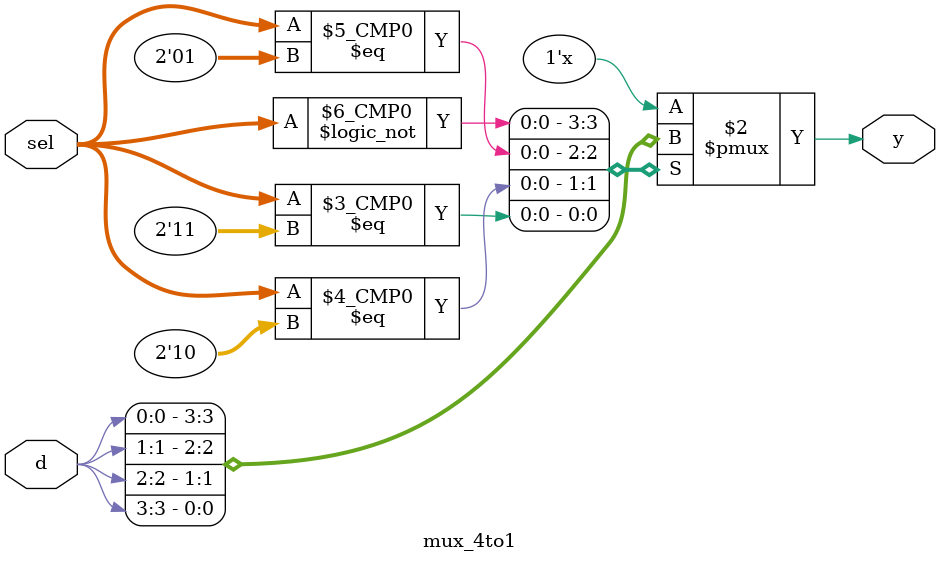
<source format=v>
`timescale 1ns / 1ps


module mux_4to1(
    input [3:0]d,
    input [1:0]sel,
    output reg y
    );
    
    always@(*)
    case (sel)
        2'b00: y = d[0];
        2'b01: y = d[1];
        2'b10: y = d[2];
        2'b11: y = d[3];
        endcase
endmodule

</source>
